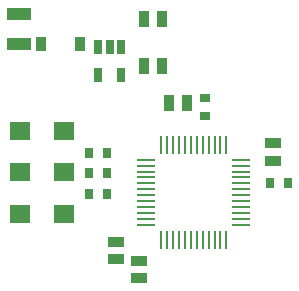
<source format=gtp>
G04*
G04 #@! TF.GenerationSoftware,Altium Limited,Altium Designer,20.2.6 (244)*
G04*
G04 Layer_Color=8421504*
%FSLAX25Y25*%
%MOIN*%
G70*
G04*
G04 #@! TF.SameCoordinates,009D9B9B-B68C-4BF6-A67E-57AE18EDBAF9*
G04*
G04*
G04 #@! TF.FilePolarity,Positive*
G04*
G01*
G75*
%ADD18R,0.05315X0.03740*%
%ADD19R,0.06890X0.05906*%
%ADD20R,0.03740X0.05315*%
%ADD21R,0.02756X0.03543*%
%ADD22O,0.06102X0.00984*%
%ADD23O,0.00984X0.06102*%
%ADD24R,0.02756X0.05118*%
%ADD25R,0.03583X0.04803*%
%ADD26R,0.03543X0.02756*%
%ADD27R,0.07874X0.04331*%
D18*
X108900Y74553D02*
D03*
Y68647D02*
D03*
X56500Y35847D02*
D03*
Y41753D02*
D03*
X64200Y29447D02*
D03*
Y35353D02*
D03*
D19*
X39182Y78600D02*
D03*
X24418D02*
D03*
X39382Y64800D02*
D03*
X24618D02*
D03*
X39382Y51100D02*
D03*
X24618D02*
D03*
D20*
X65847Y115800D02*
D03*
X71753D02*
D03*
X65947Y100300D02*
D03*
X71853D02*
D03*
X80153Y88000D02*
D03*
X74247D02*
D03*
D21*
X53453Y64500D02*
D03*
X47547D02*
D03*
X53453Y71300D02*
D03*
X47547D02*
D03*
X47647Y57700D02*
D03*
X53553D02*
D03*
X107947Y61200D02*
D03*
X113853D02*
D03*
D22*
X98347Y69027D02*
D03*
Y67058D02*
D03*
Y65090D02*
D03*
Y63121D02*
D03*
Y61153D02*
D03*
Y59184D02*
D03*
Y57216D02*
D03*
Y55247D02*
D03*
Y53279D02*
D03*
Y51310D02*
D03*
Y49342D02*
D03*
Y47373D02*
D03*
X66654D02*
D03*
Y49342D02*
D03*
Y51310D02*
D03*
Y53279D02*
D03*
Y55247D02*
D03*
Y57216D02*
D03*
Y59184D02*
D03*
Y61153D02*
D03*
Y63121D02*
D03*
Y65090D02*
D03*
Y67058D02*
D03*
Y69027D02*
D03*
D23*
X93327Y42354D02*
D03*
X91358D02*
D03*
X89390D02*
D03*
X87421D02*
D03*
X85453D02*
D03*
X83484D02*
D03*
X81516D02*
D03*
X79547D02*
D03*
X77579D02*
D03*
X75610D02*
D03*
X73642D02*
D03*
X71673D02*
D03*
Y74046D02*
D03*
X73642D02*
D03*
X75610D02*
D03*
X77579D02*
D03*
X79547D02*
D03*
X81516D02*
D03*
X83484D02*
D03*
X85453D02*
D03*
X87421D02*
D03*
X89390D02*
D03*
X91358D02*
D03*
X93327D02*
D03*
D24*
X58140Y106724D02*
D03*
X54400D02*
D03*
X50660D02*
D03*
Y97276D02*
D03*
X58140D02*
D03*
D25*
X31563Y107500D02*
D03*
X44437D02*
D03*
D26*
X86100Y89653D02*
D03*
Y83747D02*
D03*
D27*
X24200Y107482D02*
D03*
Y117718D02*
D03*
M02*

</source>
